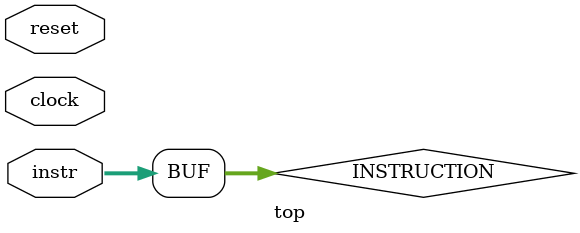
<source format=v>
`timescale 1ns / 1ps


module top(input clock,input reset,input [79:0] instr);
    reg [63:0] PC;
    wire IMEM_ERROR;
    wire INSTR_VALID,NEEDREGIDS,NEEDVALC,SETCC,MEMREAD,MEMWRITE;
    wire [3:0] ALUFUN;
    wire [79:0] INSTRUCTION;
    wire [3:0] ICODE,IFUN,RA,RB;
    wire [63:0] VALC,VALP,JUMPTARGE;
    wire [63:0] INPUT1,INPUT2;
    wire [63:0] ADDRESS,WRITEDATA;
    wire [63:0] NEW_PC;
    wire REGWRITE_E,REGWRITE_M;
    wire [3:0] WRITEREG_E,WRITEREG_M,READREG_A,READREG_B;
    wire [63:0] VALA,VALB,VALE,VALM;
    wire [2:0] CC_OUT;
    reg [2:0] CC;
    wire CND;
    always @ (posedge clock)
    begin
        if(reset) PC=64'hffffffffffffffff;
        else PC=NEW_PC;
    end
    
    assign INSTRUCTION=instr;
    
    Ctr ctr(
        .instruction(INSTRUCTION),
        .imem_error(0),
        .icode(ICODE),
        .ifun(IFUN),
        .rA(RA),
        .rB(RB),
        .valC(VALC),
        .instructionValid(INSTR_VALID),
        .needRegids(NEEDREGIDS),
        .needValC(NEEDVALC),
        .alufun(ALUFUN),
        .setCC(SETCC)
    );
    
     assign VALP=(NEEDREGIDS&&NEEDVALC)?(PC+10):(NEEDREGIDS?(PC+2):(NEEDVALC?(PC+9):(PC+1)));
     assign WRITEREG_E=((ICODE==4'h2&&CND)||ICODE==4'h3||ICODE==4'h6)?RB:
                         ((ICODE>=4'h8&&ICODE<=4'hb)?4'h4:
                         4'hf);
     assign WRITEREG_M=((ICODE==4'h5||ICODE==4'hb)?RA:4'hf);    
     assign READREG_A=(ICODE==4'h2||ICODE==4'h4||ICODE==4'h6||ICODE==4'ha)?RA:
             ((ICODE==4'h9||ICODE==4'hb)?4'h4:4'hf
             );             
     assign READREG_B=((ICODE>=4'h4&&ICODE<=4'h6)?RB:
                        (ICODE>=4'h8&&ICODE<=4'hb)?4'h4:4'hf
     );
     Register register(
         .clock(clock),
         .reset(reset),
         .writeRegE(WRITEREG_E),
         .writeRegM(WRITEREG_M),
         .readRegA(READREG_A),
         .readRegB(READREG_B),
         
         .readDataA(VALA),
         .readDataB(VALB),
         .writeDataE(VALE),
         .writeDataM(VALM)
     );
     
     assign INPUT1=(ICODE==4'h2||ICODE==4'h6)?VALA:
                 ((ICODE==4'h3||ICODE==4'h4||ICODE==4'h5)?VALC:
                 ((ICODE==4'h8||ICODE==4'ha)?-8:
                 8));
     
     assign INPUT2=(ICODE==4'h2||ICODE==4'h3)?0:VALB;
     
     ALU alu(
         .input1(INPUT1),
         .input2(INPUT2),
         .ALUfun(ALUFUN),
         
         .valE(VALE),
         .CC(CC_OUT)
     );
     
     always @ (posedge clock)
     begin
         if(SETCC) CC=CC_OUT;
         else CC=0;
     end
     
     assign ADDRESS=(ICODE==4'h4||ICODE==4'h5||ICODE==4'h8||ICODE==4'ha)?VALE:
             ((ICODE==4'h9||ICODE==4'hb)?VALA:
             0);
     assign WRITEDATA=(ICODE==4'h4||ICODE==4'ha)?VALA:((ICODE==4'h8)?VALP:0);
     
     assign MEMREAD=(ICODE==4'h5)||(ICODE==4'h9)||(ICODE==4'hb);
     
     assign MEMWRITE=(ICODE==4'h4)||(ICODE==4'h8)||(ICODE==4'ha);
     
     dataMemory datamemory(
         .clock(clock),
         .reset(reset),
         .address(ADDRESS),
         .writeData(WRITEDATA),
         .memWrite(MEMWRITE),
         .memRead(MEMREAD),
         .readData(VALM)
     );
     
     assign CND=(IFUN==0)||(IFUN==4'h1&&(CC[2]||CC[1]))||(IFUN==4'h2&&CC[1]&&!CC[2])||
               (IFUN==4'h3&&CC[2])||(IFUN==4'h4&&!CC[2])||(IFUN==4'h5&&!CC[1])||(IFUN==4'h6&&!CC[1]&&!CC[2]); 
    
    assign NEW_PC=(ICODE==4'h8||(ICODE==4'h7&&CND))?VALC:(
        (ICODE==4'h9)?VALM:
        VALP
    );
    
   
               
    
endmodule

</source>
